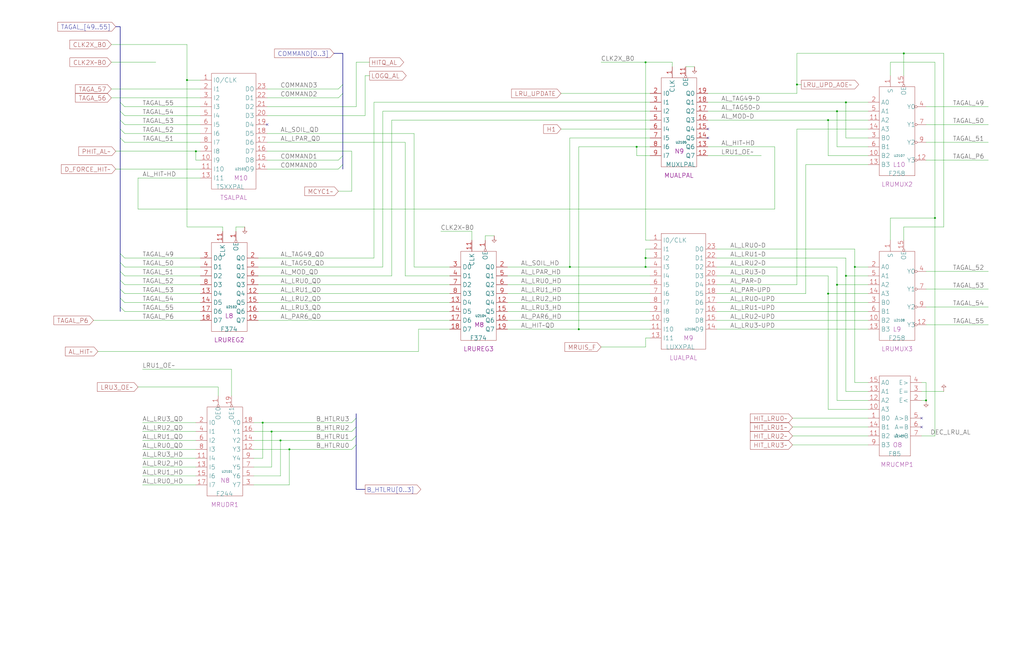
<source format=kicad_sch>
(kicad_sch (version 20220126) (generator eeschema)
  (paper "User" 584.2 378.46)
  (title_block (title "LRU LOGIC\\nPLANE A_LATE") (date "08-MAR-90") (rev "0.0") (comment 1 "MEM32 BOARD") (comment 2 "232-003066") (comment 3 "S400") (comment 4 "RELEASED"))
  (lib_symbols
    (symbol "r1000:F244" (pin_names (offset 1.016))
      (property "Reference" "U" (at 2.54 5.08 0))
      (property "Value" "F244" (at -3.81 -7.62 0))
      (property "Location" "___" (at -1.27 0 0))
      (property "Name" "______" (at 1.27 -15.24 0))
      (symbol "F244_1_1"
        (rectangle (start -8.89 41.91) (end 11.43 -8.89))
        (circle (center -2.54 42.545) (radius 0.635))
        (circle (center 5.08 42.545) (radius 0.635))
        (pin input line (at -2.54 48.26 270) (length 5.08) (name "OE0") (number "1"))
        (pin input line (at -15.24 12.7 0) (length 6.35) (name "I4") (number "11"))
        (pin tri_state line (at 17.78 17.78 180) (length 6.35) (name "Y3") (number "12"))
        (pin input line (at -15.24 7.62 0) (length 6.35) (name "I5") (number "13"))
        (pin tri_state line (at 17.78 22.86 180) (length 6.35) (name "Y2") (number "14"))
        (pin input line (at -15.24 2.54 0) (length 6.35) (name "I6") (number "15"))
        (pin tri_state line (at 17.78 27.94 180) (length 6.35) (name "Y1") (number "16"))
        (pin input line (at -15.24 -2.54 0) (length 6.35) (name "I7") (number "17"))
        (pin tri_state line (at 17.78 33.02 180) (length 6.35) (name "Y0") (number "18"))
        (pin input line (at 5.08 48.26 270) (length 5.08) (name "OE1") (number "19"))
        (pin input line (at -15.24 33.02 0) (length 6.35) (name "I0") (number "2"))
        (pin tri_state line (at 17.78 -2.54 180) (length 6.35) (name "Y7") (number "3"))
        (pin input line (at -15.24 27.94 0) (length 6.35) (name "I1") (number "4"))
        (pin tri_state line (at 17.78 2.54 180) (length 6.35) (name "Y6") (number "5"))
        (pin input line (at -15.24 22.86 0) (length 6.35) (name "I2") (number "6"))
        (pin tri_state line (at 17.78 7.62 180) (length 6.35) (name "Y5") (number "7"))
        (pin input line (at -15.24 17.78 0) (length 6.35) (name "I3") (number "8"))
        (pin tri_state line (at 17.78 12.7 180) (length 6.35) (name "Y4") (number "9"))
      )
    )
    (symbol "r1000:F258" (pin_names (offset 1.016))
      (property "Reference" "U" (at 2.54 5.08 0))
      (property "Value" "F258" (at -3.81 -5.08 0))
      (property "Location" "___" (at -1.27 0 0))
      (property "Name" "______" (at 1.27 -12.7 0))
      (symbol "F258_1_1"
        (rectangle (start -8.89 44.45) (end 11.43 -6.35))
        (circle (center 5.08 45.085) (radius 0.635))
        (circle (center 12.065 2.54) (radius 0.635))
        (circle (center 12.065 12.7) (radius 0.635))
        (circle (center 12.065 22.86) (radius 0.635))
        (circle (center 12.065 33.02) (radius 0.635))
        (pin input line (at -2.54 50.8 270) (length 6.35) (name "S") (number "1"))
        (pin input line (at -15.24 5.08 0) (length 6.35) (name "B2") (number "10"))
        (pin input line (at -15.24 25.4 0) (length 6.35) (name "A2") (number "11"))
        (pin tri_state line (at 17.78 2.54 180) (length 5.08) (name "Y3") (number "12"))
        (pin input line (at -15.24 0 0) (length 6.35) (name "B3") (number "13"))
        (pin input line (at -15.24 20.32 0) (length 6.35) (name "A3") (number "14"))
        (pin input line (at 5.08 50.8 270) (length 5.08) (name "OE") (number "15"))
        (pin input line (at -15.24 35.56 0) (length 6.35) (name "A0") (number "2"))
        (pin input line (at -15.24 15.24 0) (length 6.35) (name "B0") (number "3"))
        (pin tri_state line (at 17.78 33.02 180) (length 5.08) (name "Y0") (number "4"))
        (pin input line (at -15.24 30.48 0) (length 6.35) (name "A1") (number "5"))
        (pin input line (at -15.24 10.16 0) (length 6.35) (name "B1") (number "6"))
        (pin tri_state line (at 17.78 22.86 180) (length 5.08) (name "Y1") (number "7"))
        (pin tri_state line (at 17.78 12.7 180) (length 5.08) (name "Y2") (number "9"))
      )
    )
    (symbol "r1000:F374" (pin_names (offset 1.016))
      (property "Reference" "U" (at 2.54 5.08 0))
      (property "Value" "F374" (at -3.81 -7.62 0))
      (property "Location" "___" (at -1.27 0 0))
      (property "Name" "______" (at 1.27 -15.24 0))
      (symbol "F374_1_1"
        (rectangle (start -8.89 41.91) (end 11.43 -8.89))
        (circle (center 5.08 42.545) (radius 0.635))
        (pin input line (at 5.08 48.26 270) (length 5.08) (name "OE") (number "1"))
        (pin input line (at -2.54 48.26 270) (length 6.35) (name "CLK") (number "11"))
        (pin tri_state line (at 17.78 12.7 180) (length 6.35) (name "Q4") (number "12"))
        (pin input line (at -15.24 12.7 0) (length 6.35) (name "D4") (number "13"))
        (pin input line (at -15.24 7.62 0) (length 6.35) (name "D5") (number "14"))
        (pin tri_state line (at 17.78 7.62 180) (length 6.35) (name "Q5") (number "15"))
        (pin tri_state line (at 17.78 2.54 180) (length 6.35) (name "Q6") (number "16"))
        (pin input line (at -15.24 2.54 0) (length 6.35) (name "D6") (number "17"))
        (pin input line (at -15.24 -2.54 0) (length 6.35) (name "D7") (number "18"))
        (pin tri_state line (at 17.78 -2.54 180) (length 6.35) (name "Q7") (number "19"))
        (pin tri_state line (at 17.78 33.02 180) (length 6.35) (name "Q0") (number "2"))
        (pin input line (at -15.24 33.02 0) (length 6.35) (name "D0") (number "3"))
        (pin input line (at -15.24 27.94 0) (length 6.35) (name "D1") (number "4"))
        (pin tri_state line (at 17.78 27.94 180) (length 6.35) (name "Q1") (number "5"))
        (pin tri_state line (at 17.78 22.86 180) (length 6.35) (name "Q2") (number "6"))
        (pin input line (at -15.24 22.86 0) (length 6.35) (name "D2") (number "7"))
        (pin input line (at -15.24 17.78 0) (length 6.35) (name "D3") (number "8"))
        (pin tri_state line (at 17.78 17.78 180) (length 6.35) (name "Q3") (number "9"))
      )
    )
    (symbol "r1000:F85" (pin_names (offset 1.016))
      (property "Reference" "U" (at 2.54 5.08 0))
      (property "Value" "F85" (at -3.81 -5.08 0))
      (property "Location" "___" (at -1.27 0 0))
      (property "Name" "______" (at 1.27 -12.7 0))
      (symbol "F85_1_1"
        (rectangle (start -8.89 39.37) (end 8.89 -6.35))
        (pin input line (at -15.24 15.24 0) (length 6.35) (name "B0") (number "1"))
        (pin input line (at -15.24 20.32 0) (length 6.35) (name "A3") (number "10"))
        (pin input line (at -15.24 5.08 0) (length 6.35) (name "B2") (number "11"))
        (pin input line (at -15.24 25.4 0) (length 6.35) (name "A2") (number "12"))
        (pin input line (at -15.24 30.48 0) (length 6.35) (name "A1") (number "13"))
        (pin input line (at -15.24 10.16 0) (length 6.35) (name "B1") (number "14"))
        (pin input line (at -15.24 35.56 0) (length 6.35) (name "A0") (number "15"))
        (pin input line (at 15.24 25.4 180) (length 6.35) (name "E<") (number "2"))
        (pin input line (at 15.24 30.48 180) (length 6.35) (name "E=") (number "3"))
        (pin input line (at 15.24 35.56 180) (length 6.35) (name "E>") (number "4"))
        (pin output line (at 15.24 15.24 180) (length 6.35) (name "A>B") (number "5"))
        (pin output line (at 15.24 10.16 180) (length 6.35) (name "A=B") (number "6"))
        (pin output line (at 15.24 5.08 180) (length 6.35) (name "A<B") (number "7"))
        (pin input line (at -15.24 0 0) (length 6.35) (name "B3") (number "9"))
      )
    )
    (symbol "r1000:LUXXPAL" (pin_names (offset 1.016))
      (property "Reference" "U" (at 2.54 5.08 0))
      (property "Value" "LUXXPAL" (at -11.43 -5.08 0))
      (property "Location" "___" (at -1.27 0 0))
      (property "Name" "______" (at -1.27 -12.7 0))
      (symbol "LUXXPAL_1_1"
        (rectangle (start -13.97 59.69) (end 11.43 -6.35))
        (pin input line (at -20.32 55.88 0) (length 6.35) (name "I0/CLK") (number "1"))
        (pin input line (at -20.32 10.16 0) (length 6.35) (name "I9") (number "10"))
        (pin input line (at -20.32 5.08 0) (length 6.35) (name "I10") (number "11"))
        (pin input line (at -20.32 0 0) (length 6.35) (name "I11") (number "13"))
        (pin output line (at 17.78 5.08 180) (length 6.35) (name "D9") (number "14"))
        (pin output line (at 17.78 10.16 180) (length 6.35) (name "D8") (number "15"))
        (pin output line (at 17.78 15.24 180) (length 6.35) (name "D7") (number "16"))
        (pin output line (at 17.78 20.32 180) (length 6.35) (name "D6") (number "17"))
        (pin output line (at 17.78 25.4 180) (length 6.35) (name "D5") (number "18"))
        (pin output line (at 17.78 30.48 180) (length 6.35) (name "D4") (number "19"))
        (pin input line (at -20.32 50.8 0) (length 6.35) (name "I1") (number "2"))
        (pin output line (at 17.78 35.56 180) (length 6.35) (name "D3") (number "20"))
        (pin output line (at 17.78 40.64 180) (length 6.35) (name "D2") (number "21"))
        (pin output line (at 17.78 45.72 180) (length 6.35) (name "D1") (number "22"))
        (pin output line (at 17.78 50.8 180) (length 6.35) (name "D0") (number "23"))
        (pin input line (at -20.32 45.72 0) (length 6.35) (name "I2") (number "3"))
        (pin input line (at -20.32 40.64 0) (length 6.35) (name "I3") (number "4"))
        (pin input line (at -20.32 35.56 0) (length 6.35) (name "I4") (number "5"))
        (pin input line (at -20.32 30.48 0) (length 6.35) (name "I5") (number "6"))
        (pin input line (at -20.32 25.4 0) (length 6.35) (name "I6") (number "7"))
        (pin input line (at -20.32 20.32 0) (length 6.35) (name "I7") (number "8"))
        (pin input line (at -20.32 15.24 0) (length 6.35) (name "I8") (number "9"))
      )
    )
    (symbol "r1000:MUXLPAL" (pin_names (offset 1.016))
      (property "Reference" "U" (at 2.54 5.08 0))
      (property "Value" "MUXLPAL" (at -6.35 -7.62 0))
      (property "Location" "___" (at -1.27 0 0))
      (property "Name" "______" (at 1.27 -15.24 0))
      (symbol "MUXLPAL_1_1"
        (rectangle (start -8.89 41.91) (end 11.43 -8.89))
        (circle (center 5.08 42.545) (radius 0.635))
        (pin input line (at -2.54 48.26 270) (length 6.35) (name "CLK") (number "1"))
        (pin input line (at 5.08 48.26 270) (length 5.08) (name "OE") (number "11"))
        (pin output line (at 17.78 -2.54 180) (length 6.35) (name "Q7") (number "12"))
        (pin output line (at 17.78 2.54 180) (length 6.35) (name "Q6") (number "13"))
        (pin output line (at 17.78 7.62 180) (length 6.35) (name "Q5") (number "14"))
        (pin output line (at 17.78 12.7 180) (length 6.35) (name "Q4") (number "15"))
        (pin output line (at 17.78 17.78 180) (length 6.35) (name "Q3") (number "16"))
        (pin output line (at 17.78 22.86 180) (length 6.35) (name "Q2") (number "17"))
        (pin output line (at 17.78 27.94 180) (length 6.35) (name "Q1") (number "18"))
        (pin output line (at 17.78 33.02 180) (length 6.35) (name "Q0") (number "19"))
        (pin input line (at -15.24 33.02 0) (length 6.35) (name "I0") (number "2"))
        (pin input line (at -15.24 27.94 0) (length 6.35) (name "I1") (number "3"))
        (pin input line (at -15.24 22.86 0) (length 6.35) (name "I2") (number "4"))
        (pin input line (at -15.24 17.78 0) (length 6.35) (name "I3") (number "5"))
        (pin input line (at -15.24 12.7 0) (length 6.35) (name "I4") (number "6"))
        (pin input line (at -15.24 7.62 0) (length 6.35) (name "I5") (number "7"))
        (pin input line (at -15.24 2.54 0) (length 6.35) (name "I6") (number "8"))
        (pin input line (at -15.24 -2.54 0) (length 6.35) (name "I7") (number "9"))
      )
    )
    (symbol "r1000:PD" (power) (pin_numbers hide) (pin_names hide) (in_bom no)
      (symbol "PD_0_1"
        (polyline (pts (xy 0 -2.54) (xy 1.27 -2.54) (xy 0 -3.81) (xy -1.27 -2.54) (xy 0 -2.54)) (stroke (width 0.1524)))
      )
      (symbol "PD_1_1"
        (pin power_in line (at 0 0 270) (length 2.54) (name "PD") (number "1"))
      )
    )
    (symbol "r1000:PU" (power) (pin_numbers hide) (pin_names hide)
      (symbol "PU_0_1"
        (polyline (pts (xy 0 2.54) (xy -1.27 2.54) (xy 0 3.81) (xy 1.27 2.54) (xy 0 2.54)) (stroke (width 0.1524)))
      )
      (symbol "PU_1_1"
        (pin power_in line (at 0 0 90) (length 2.54) (name "PU") (number "1"))
      )
    )
    (symbol "r1000:TSXXPAL" (pin_names (offset 1.016))
      (property "Reference" "U" (at 2.54 5.08 0))
      (property "Value" "TSXXPAL" (at -11.43 -5.08 0))
      (property "Location" "___" (at -1.27 0 0))
      (property "Name" "______" (at -1.27 -12.7 0))
      (symbol "TSXXPAL_1_1"
        (rectangle (start -13.97 59.69) (end 11.43 -6.35))
        (pin input line (at -20.32 55.88 0) (length 6.35) (name "I0/CLK") (number "1"))
        (pin input line (at -20.32 10.16 0) (length 6.35) (name "I9") (number "10"))
        (pin input line (at -20.32 5.08 0) (length 6.35) (name "I10") (number "11"))
        (pin input line (at -20.32 0 0) (length 6.35) (name "I11") (number "13"))
        (pin input line (at 17.78 5.08 180) (length 6.35) (name "D9") (number "14"))
        (pin input line (at 17.78 10.16 180) (length 6.35) (name "D8") (number "15"))
        (pin input line (at 17.78 15.24 180) (length 6.35) (name "D7") (number "16"))
        (pin output line (at 17.78 20.32 180) (length 6.35) (name "D6") (number "17"))
        (pin output line (at 17.78 25.4 180) (length 6.35) (name "D5") (number "18"))
        (pin output line (at 17.78 30.48 180) (length 6.35) (name "D4") (number "19"))
        (pin input line (at -20.32 50.8 0) (length 6.35) (name "I1") (number "2"))
        (pin output line (at 17.78 35.56 180) (length 6.35) (name "D3") (number "20"))
        (pin output line (at 17.78 40.64 180) (length 6.35) (name "D2") (number "21"))
        (pin input line (at 17.78 45.72 180) (length 6.35) (name "D1") (number "22"))
        (pin input line (at 17.78 50.8 180) (length 6.35) (name "D0") (number "23"))
        (pin input line (at -20.32 45.72 0) (length 6.35) (name "I2") (number "3"))
        (pin input line (at -20.32 40.64 0) (length 6.35) (name "I3") (number "4"))
        (pin input line (at -20.32 35.56 0) (length 6.35) (name "I4") (number "5"))
        (pin input line (at -20.32 30.48 0) (length 6.35) (name "I5") (number "6"))
        (pin input line (at -20.32 25.4 0) (length 6.35) (name "I6") (number "7"))
        (pin input line (at -20.32 20.32 0) (length 6.35) (name "I7") (number "8"))
        (pin input line (at -20.32 15.24 0) (length 6.35) (name "I8") (number "9"))
      )
    )
  )
  (bus (pts (xy 190.5 30.48) (xy 195.58 30.48)))
  (bus (pts (xy 195.58 30.48) (xy 195.58 48.26)))
  (bus (pts (xy 195.58 48.26) (xy 195.58 53.34)))
  (bus (pts (xy 195.58 53.34) (xy 195.58 88.9)))
  (bus (pts (xy 195.58 88.9) (xy 195.58 93.98)))
  (bus (pts (xy 195.58 93.98) (xy 195.58 96.52)))
  (bus (pts (xy 203.2 236.22) (xy 203.2 238.76)))
  (bus (pts (xy 203.2 238.76) (xy 203.2 243.84)))
  (bus (pts (xy 203.2 243.84) (xy 203.2 248.92)))
  (bus (pts (xy 203.2 248.92) (xy 203.2 254)))
  (bus (pts (xy 203.2 254) (xy 203.2 279.4)))
  (bus (pts (xy 203.2 279.4) (xy 208.28 279.4)))
  (bus (pts (xy 66.04 15.24) (xy 68.58 15.24)))
  (bus (pts (xy 68.58 144.78) (xy 68.58 149.86)))
  (bus (pts (xy 68.58 149.86) (xy 68.58 154.94)))
  (bus (pts (xy 68.58 15.24) (xy 68.58 58.42)))
  (bus (pts (xy 68.58 154.94) (xy 68.58 160.02)))
  (bus (pts (xy 68.58 160.02) (xy 68.58 165.1)))
  (bus (pts (xy 68.58 165.1) (xy 68.58 170.18)))
  (bus (pts (xy 68.58 170.18) (xy 68.58 175.26)))
  (bus (pts (xy 68.58 175.26) (xy 68.58 177.8)))
  (bus (pts (xy 68.58 58.42) (xy 68.58 63.5)))
  (bus (pts (xy 68.58 63.5) (xy 68.58 68.58)))
  (bus (pts (xy 68.58 68.58) (xy 68.58 73.66)))
  (bus (pts (xy 68.58 73.66) (xy 68.58 78.74)))
  (bus (pts (xy 68.58 78.74) (xy 68.58 144.78)))
  (wire (pts (xy 106.68 129.54) (xy 127 129.54)))
  (wire (pts (xy 106.68 25.4) (xy 106.68 45.72)))
  (wire (pts (xy 106.68 45.72) (xy 106.68 129.54)))
  (wire (pts (xy 106.68 45.72) (xy 114.3 45.72)))
  (wire (pts (xy 111.76 86.36) (xy 114.3 86.36)))
  (wire (pts (xy 111.76 91.44) (xy 111.76 86.36)))
  (wire (pts (xy 114.3 101.6) (xy 78.74 101.6)))
  (wire (pts (xy 114.3 91.44) (xy 111.76 91.44)))
  (wire (pts (xy 124.46 220.98) (xy 124.46 226.06)))
  (wire (pts (xy 127 129.54) (xy 127 132.08)))
  (wire (pts (xy 132.08 210.82) (xy 132.08 226.06)))
  (wire (pts (xy 134.62 129.54) (xy 134.62 132.08)))
  (wire (pts (xy 139.7 129.54) (xy 134.62 129.54)))
  (wire (pts (xy 144.78 241.3) (xy 149.86 241.3)))
  (wire (pts (xy 144.78 246.38) (xy 154.94 246.38)))
  (wire (pts (xy 144.78 251.46) (xy 160.02 251.46)))
  (wire (pts (xy 144.78 256.54) (xy 165.1 256.54)))
  (wire (pts (xy 144.78 261.62) (xy 149.86 261.62)))
  (wire (pts (xy 144.78 271.78) (xy 160.02 271.78)))
  (wire (pts (xy 147.32 152.4) (xy 218.44 152.4)))
  (wire (pts (xy 147.32 162.56) (xy 256.54 162.56)))
  (wire (pts (xy 147.32 167.64) (xy 256.54 167.64)))
  (wire (pts (xy 147.32 172.72) (xy 256.54 172.72)))
  (wire (pts (xy 147.32 177.8) (xy 256.54 177.8)))
  (wire (pts (xy 147.32 182.88) (xy 256.54 182.88)))
  (wire (pts (xy 149.86 241.3) (xy 200.66 241.3)))
  (wire (pts (xy 149.86 261.62) (xy 149.86 241.3)))
  (wire (pts (xy 152.4 50.8) (xy 193.04 50.8)))
  (wire (pts (xy 152.4 55.88) (xy 193.04 55.88)))
  (wire (pts (xy 152.4 60.96) (xy 203.2 60.96)))
  (wire (pts (xy 152.4 66.04) (xy 208.28 66.04)))
  (wire (pts (xy 152.4 76.2) (xy 236.22 76.2)))
  (wire (pts (xy 152.4 91.44) (xy 193.04 91.44)))
  (wire (pts (xy 152.4 96.52) (xy 193.04 96.52)))
  (wire (pts (xy 154.94 246.38) (xy 154.94 266.7)))
  (wire (pts (xy 154.94 246.38) (xy 200.66 246.38)))
  (wire (pts (xy 154.94 266.7) (xy 144.78 266.7)))
  (wire (pts (xy 160.02 251.46) (xy 200.66 251.46)))
  (wire (pts (xy 160.02 271.78) (xy 160.02 251.46)))
  (wire (pts (xy 165.1 256.54) (xy 165.1 276.86)))
  (wire (pts (xy 165.1 256.54) (xy 200.66 256.54)))
  (wire (pts (xy 165.1 276.86) (xy 144.78 276.86)))
  (wire (pts (xy 193.04 109.22) (xy 200.66 109.22)))
  (wire (pts (xy 200.66 109.22) (xy 200.66 86.36)))
  (wire (pts (xy 200.66 86.36) (xy 152.4 86.36)))
  (wire (pts (xy 203.2 35.56) (xy 210.82 35.56)))
  (wire (pts (xy 203.2 60.96) (xy 203.2 35.56)))
  (wire (pts (xy 208.28 43.18) (xy 210.82 43.18)))
  (wire (pts (xy 208.28 66.04) (xy 208.28 43.18)))
  (wire (pts (xy 213.36 147.32) (xy 147.32 147.32)))
  (wire (pts (xy 213.36 58.42) (xy 213.36 147.32)))
  (wire (pts (xy 218.44 152.4) (xy 218.44 63.5)))
  (wire (pts (xy 218.44 63.5) (xy 370.84 63.5)))
  (wire (pts (xy 223.52 157.48) (xy 147.32 157.48)))
  (wire (pts (xy 223.52 68.58) (xy 223.52 157.48)))
  (wire (pts (xy 231.14 157.48) (xy 231.14 81.28)))
  (wire (pts (xy 231.14 81.28) (xy 152.4 81.28)))
  (wire (pts (xy 236.22 152.4) (xy 256.54 152.4)))
  (wire (pts (xy 236.22 76.2) (xy 236.22 152.4)))
  (wire (pts (xy 238.76 187.96) (xy 256.54 187.96)))
  (wire (pts (xy 238.76 200.66) (xy 238.76 187.96)))
  (wire (pts (xy 251.46 132.08) (xy 269.24 132.08)))
  (wire (pts (xy 256.54 157.48) (xy 231.14 157.48)))
  (wire (pts (xy 269.24 132.08) (xy 269.24 137.16)))
  (wire (pts (xy 276.86 134.62) (xy 276.86 137.16)))
  (wire (pts (xy 281.94 134.62) (xy 276.86 134.62)))
  (wire (pts (xy 289.56 152.4) (xy 325.12 152.4)))
  (wire (pts (xy 289.56 157.48) (xy 370.84 157.48)))
  (wire (pts (xy 289.56 162.56) (xy 370.84 162.56)))
  (wire (pts (xy 289.56 167.64) (xy 370.84 167.64)))
  (wire (pts (xy 289.56 172.72) (xy 370.84 172.72)))
  (wire (pts (xy 289.56 177.8) (xy 370.84 177.8)))
  (wire (pts (xy 289.56 182.88) (xy 370.84 182.88)))
  (wire (pts (xy 289.56 187.96) (xy 330.2 187.96)))
  (wire (pts (xy 320.04 53.34) (xy 370.84 53.34)))
  (wire (pts (xy 320.04 73.66) (xy 370.84 73.66)))
  (wire (pts (xy 325.12 152.4) (xy 368.3 152.4)))
  (wire (pts (xy 325.12 78.74) (xy 325.12 152.4)))
  (wire (pts (xy 325.12 78.74) (xy 370.84 78.74)))
  (wire (pts (xy 330.2 187.96) (xy 330.2 83.82)))
  (wire (pts (xy 330.2 187.96) (xy 370.84 187.96)))
  (wire (pts (xy 330.2 83.82) (xy 363.22 83.82)))
  (wire (pts (xy 342.9 198.12) (xy 368.3 198.12)))
  (wire (pts (xy 342.9 35.56) (xy 368.3 35.56)))
  (wire (pts (xy 363.22 83.82) (xy 370.84 83.82)))
  (wire (pts (xy 363.22 88.9) (xy 363.22 83.82)))
  (wire (pts (xy 368.3 137.16) (xy 368.3 35.56)))
  (wire (pts (xy 368.3 142.24) (xy 368.3 147.32)))
  (wire (pts (xy 368.3 147.32) (xy 368.3 152.4)))
  (wire (pts (xy 368.3 147.32) (xy 370.84 147.32)))
  (wire (pts (xy 368.3 152.4) (xy 370.84 152.4)))
  (wire (pts (xy 368.3 193.04) (xy 370.84 193.04)))
  (wire (pts (xy 368.3 198.12) (xy 368.3 193.04)))
  (wire (pts (xy 368.3 35.56) (xy 383.54 35.56)))
  (wire (pts (xy 370.84 137.16) (xy 368.3 137.16)))
  (wire (pts (xy 370.84 142.24) (xy 368.3 142.24)))
  (wire (pts (xy 370.84 58.42) (xy 213.36 58.42)))
  (wire (pts (xy 370.84 68.58) (xy 223.52 68.58)))
  (wire (pts (xy 370.84 88.9) (xy 363.22 88.9)))
  (wire (pts (xy 383.54 35.56) (xy 383.54 38.1)))
  (wire (pts (xy 391.16 38.1) (xy 396.24 38.1)))
  (wire (pts (xy 403.86 53.34) (xy 454.66 53.34)))
  (wire (pts (xy 403.86 58.42) (xy 482.6 58.42)))
  (wire (pts (xy 403.86 63.5) (xy 477.52 63.5)))
  (wire (pts (xy 403.86 68.58) (xy 472.44 68.58)))
  (wire (pts (xy 403.86 83.82) (xy 441.96 83.82)))
  (wire (pts (xy 403.86 88.9) (xy 434.34 88.9)))
  (wire (pts (xy 408.94 147.32) (xy 482.6 147.32)))
  (wire (pts (xy 408.94 157.48) (xy 472.44 157.48)))
  (wire (pts (xy 408.94 167.64) (xy 459.74 167.64)))
  (wire (pts (xy 408.94 172.72) (xy 495.3 172.72)))
  (wire (pts (xy 408.94 177.8) (xy 495.3 177.8)))
  (wire (pts (xy 408.94 182.88) (xy 495.3 182.88)))
  (wire (pts (xy 408.94 187.96) (xy 495.3 187.96)))
  (wire (pts (xy 441.96 83.82) (xy 441.96 119.38)))
  (wire (pts (xy 452.12 238.76) (xy 495.3 238.76)))
  (wire (pts (xy 452.12 243.84) (xy 495.3 243.84)))
  (wire (pts (xy 452.12 248.92) (xy 495.3 248.92)))
  (wire (pts (xy 452.12 254) (xy 495.3 254)))
  (wire (pts (xy 454.66 162.56) (xy 408.94 162.56)))
  (wire (pts (xy 454.66 30.48) (xy 515.62 30.48)))
  (wire (pts (xy 454.66 48.26) (xy 454.66 30.48)))
  (wire (pts (xy 454.66 48.26) (xy 457.2 48.26)))
  (wire (pts (xy 454.66 53.34) (xy 454.66 48.26)))
  (wire (pts (xy 454.66 73.66) (xy 454.66 162.56)))
  (wire (pts (xy 459.74 167.64) (xy 459.74 93.98)))
  (wire (pts (xy 459.74 93.98) (xy 495.3 93.98)))
  (wire (pts (xy 472.44 157.48) (xy 472.44 167.64)))
  (wire (pts (xy 472.44 167.64) (xy 472.44 233.68)))
  (wire (pts (xy 472.44 167.64) (xy 495.3 167.64)))
  (wire (pts (xy 472.44 233.68) (xy 495.3 233.68)))
  (wire (pts (xy 472.44 68.58) (xy 495.3 68.58)))
  (wire (pts (xy 472.44 88.9) (xy 472.44 68.58)))
  (wire (pts (xy 477.52 152.4) (xy 408.94 152.4)))
  (wire (pts (xy 477.52 162.56) (xy 477.52 152.4)))
  (wire (pts (xy 477.52 162.56) (xy 495.3 162.56)))
  (wire (pts (xy 477.52 228.6) (xy 477.52 162.56)))
  (wire (pts (xy 477.52 63.5) (xy 495.3 63.5)))
  (wire (pts (xy 477.52 83.82) (xy 477.52 63.5)))
  (wire (pts (xy 482.6 147.32) (xy 482.6 157.48)))
  (wire (pts (xy 482.6 157.48) (xy 482.6 223.52)))
  (wire (pts (xy 482.6 157.48) (xy 495.3 157.48)))
  (wire (pts (xy 482.6 223.52) (xy 495.3 223.52)))
  (wire (pts (xy 482.6 58.42) (xy 495.3 58.42)))
  (wire (pts (xy 482.6 78.74) (xy 482.6 58.42)))
  (wire (pts (xy 487.68 142.24) (xy 408.94 142.24)))
  (wire (pts (xy 487.68 152.4) (xy 487.68 142.24)))
  (wire (pts (xy 487.68 152.4) (xy 495.3 152.4)))
  (wire (pts (xy 487.68 218.44) (xy 487.68 152.4)))
  (wire (pts (xy 495.3 218.44) (xy 487.68 218.44)))
  (wire (pts (xy 495.3 228.6) (xy 477.52 228.6)))
  (wire (pts (xy 495.3 73.66) (xy 454.66 73.66)))
  (wire (pts (xy 495.3 78.74) (xy 482.6 78.74)))
  (wire (pts (xy 495.3 83.82) (xy 477.52 83.82)))
  (wire (pts (xy 495.3 88.9) (xy 472.44 88.9)))
  (wire (pts (xy 508 124.46) (xy 533.4 124.46)))
  (wire (pts (xy 508 137.16) (xy 508 124.46)))
  (wire (pts (xy 508 35.56) (xy 508 43.18)))
  (wire (pts (xy 515.62 129.54) (xy 515.62 137.16)))
  (wire (pts (xy 515.62 30.48) (xy 515.62 43.18)))
  (wire (pts (xy 515.62 30.48) (xy 538.48 30.48)))
  (wire (pts (xy 525.78 218.44) (xy 528.32 218.44)))
  (wire (pts (xy 525.78 223.52) (xy 538.48 223.52)))
  (wire (pts (xy 525.78 228.6) (xy 528.32 228.6)))
  (wire (pts (xy 525.78 248.92) (xy 533.4 248.92)))
  (wire (pts (xy 528.32 154.94) (xy 563.88 154.94)))
  (wire (pts (xy 528.32 165.1) (xy 563.88 165.1)))
  (wire (pts (xy 528.32 175.26) (xy 563.88 175.26)))
  (wire (pts (xy 528.32 185.42) (xy 563.88 185.42)))
  (wire (pts (xy 528.32 218.44) (xy 528.32 228.6)))
  (wire (pts (xy 528.32 60.96) (xy 563.88 60.96)))
  (wire (pts (xy 528.32 71.12) (xy 563.88 71.12)))
  (wire (pts (xy 528.32 81.28) (xy 563.88 81.28)))
  (wire (pts (xy 528.32 91.44) (xy 563.88 91.44)))
  (wire (pts (xy 53.34 182.88) (xy 114.3 182.88)))
  (wire (pts (xy 533.4 124.46) (xy 533.4 248.92)))
  (wire (pts (xy 533.4 124.46) (xy 533.4 35.56)))
  (wire (pts (xy 533.4 35.56) (xy 508 35.56)))
  (wire (pts (xy 538.48 129.54) (xy 515.62 129.54)))
  (wire (pts (xy 538.48 30.48) (xy 538.48 129.54)))
  (wire (pts (xy 55.88 200.66) (xy 238.76 200.66)))
  (wire (pts (xy 63.5 25.4) (xy 106.68 25.4)))
  (wire (pts (xy 63.5 35.56) (xy 88.9 35.56)))
  (wire (pts (xy 63.5 50.8) (xy 114.3 50.8)))
  (wire (pts (xy 63.5 55.88) (xy 114.3 55.88)))
  (wire (pts (xy 66.04 86.36) (xy 111.76 86.36)))
  (wire (pts (xy 66.04 96.52) (xy 114.3 96.52)))
  (wire (pts (xy 71.12 147.32) (xy 114.3 147.32)))
  (wire (pts (xy 71.12 152.4) (xy 114.3 152.4)))
  (wire (pts (xy 71.12 157.48) (xy 114.3 157.48)))
  (wire (pts (xy 71.12 162.56) (xy 114.3 162.56)))
  (wire (pts (xy 71.12 167.64) (xy 114.3 167.64)))
  (wire (pts (xy 71.12 172.72) (xy 114.3 172.72)))
  (wire (pts (xy 71.12 177.8) (xy 114.3 177.8)))
  (wire (pts (xy 71.12 60.96) (xy 114.3 60.96)))
  (wire (pts (xy 71.12 66.04) (xy 114.3 66.04)))
  (wire (pts (xy 71.12 71.12) (xy 114.3 71.12)))
  (wire (pts (xy 71.12 76.2) (xy 114.3 76.2)))
  (wire (pts (xy 71.12 81.28) (xy 114.3 81.28)))
  (wire (pts (xy 78.74 101.6) (xy 78.74 119.38)))
  (wire (pts (xy 78.74 119.38) (xy 441.96 119.38)))
  (wire (pts (xy 78.74 220.98) (xy 124.46 220.98)))
  (wire (pts (xy 81.28 210.82) (xy 132.08 210.82)))
  (wire (pts (xy 81.28 241.3) (xy 111.76 241.3)))
  (wire (pts (xy 81.28 246.38) (xy 111.76 246.38)))
  (wire (pts (xy 81.28 251.46) (xy 111.76 251.46)))
  (wire (pts (xy 81.28 256.54) (xy 111.76 256.54)))
  (wire (pts (xy 81.28 261.62) (xy 111.76 261.62)))
  (wire (pts (xy 81.28 266.7) (xy 111.76 266.7)))
  (wire (pts (xy 81.28 271.78) (xy 111.76 271.78)))
  (wire (pts (xy 81.28 276.86) (xy 111.76 276.86)))
  (global_label "TAGAL_P6" (shape input) (at 53.34 182.88 180) (effects (font (size 2.54 2.54))) (property "Intersheet References" "${INTERSHEET_REFS}" (at 30.734 182.7213 0) (effects (font (size 2.54 2.54)) (justify right))))
  (global_label "AL_HIT~" (shape input) (at 55.88 200.66 180) (effects (font (size 2.54 2.54))) (property "Intersheet References" "${INTERSHEET_REFS}" (at 37.2654 200.5013 0) (effects (font (size 2.54 2.54)) (justify right))))
  (global_label "CLK2X_B0" (shape input) (at 63.5 25.4 180) (effects (font (size 2.54 2.54))) (property "Intersheet References" "${INTERSHEET_REFS}" (at 39.8054 25.2413 0) (effects (font (size 2.54 2.54)) (justify right))))
  (global_label "CLK2X~B0" (shape input) (at 63.5 35.56 180) (effects (font (size 2.54 2.54))) (property "Intersheet References" "${INTERSHEET_REFS}" (at 39.9264 35.4013 0) (effects (font (size 2.54 2.54)) (justify right))))
  (global_label "TAGA_57" (shape input) (at 63.5 50.8 180) (effects (font (size 2.54 2.54))) (property "Intersheet References" "${INTERSHEET_REFS}" (at 43.0711 50.6413 0) (effects (font (size 2.54 2.54)) (justify right))))
  (global_label "TAGA_56" (shape input) (at 63.5 55.88 180) (effects (font (size 2.54 2.54))) (property "Intersheet References" "${INTERSHEET_REFS}" (at 43.0711 55.7213 0) (effects (font (size 2.54 2.54)) (justify right))))
  (global_label "TAGAL_[49..55]" (shape input) (at 66.04 15.24 180) (effects (font (size 2.54 2.54))) (property "Intersheet References" "${INTERSHEET_REFS}" (at 32.9111 15.0813 0) (effects (font (size 2.54 2.54)) (justify right))))
  (global_label "PHIT_AL~" (shape input) (at 66.04 86.36 180) (effects (font (size 2.54 2.54))) (property "Intersheet References" "${INTERSHEET_REFS}" (at 44.8854 86.2013 0) (effects (font (size 2.54 2.54)) (justify right))))
  (global_label "D_FORCE_HIT~" (shape input) (at 66.04 96.52 180) (effects (font (size 2.54 2.54))) (property "Intersheet References" "${INTERSHEET_REFS}" (at 34.9673 96.3613 0) (effects (font (size 2.54 2.54)) (justify right))))
  (bus_entry (at 68.58 58.42) (size 2.54 2.54))
  (bus_entry (at 68.58 63.5) (size 2.54 2.54))
  (bus_entry (at 68.58 68.58) (size 2.54 2.54))
  (bus_entry (at 68.58 73.66) (size 2.54 2.54))
  (bus_entry (at 68.58 78.74) (size 2.54 2.54))
  (bus_entry (at 68.58 144.78) (size 2.54 2.54))
  (bus_entry (at 68.58 149.86) (size 2.54 2.54))
  (bus_entry (at 68.58 154.94) (size 2.54 2.54))
  (bus_entry (at 68.58 160.02) (size 2.54 2.54))
  (bus_entry (at 68.58 165.1) (size 2.54 2.54))
  (bus_entry (at 68.58 170.18) (size 2.54 2.54))
  (bus_entry (at 68.58 175.26) (size 2.54 2.54))
  (global_label "LRU3_OE~" (shape input) (at 78.74 220.98 180) (effects (font (size 2.54 2.54))) (property "Intersheet References" "${INTERSHEET_REFS}" (at 55.5292 220.8213 0) (effects (font (size 2.54 2.54)) (justify right))))
  (label "TAGAL_55" (at 81.28 60.96 0) (effects (font (size 2.54 2.54))))
  (label "TAGAL_54" (at 81.28 66.04 0) (effects (font (size 2.54 2.54))))
  (label "TAGAL_53" (at 81.28 71.12 0) (effects (font (size 2.54 2.54))))
  (label "TAGAL_52" (at 81.28 76.2 0) (effects (font (size 2.54 2.54))))
  (label "TAGAL_51" (at 81.28 81.28 0) (effects (font (size 2.54 2.54))))
  (label "AL_HIT~HD" (at 81.28 101.6 0) (effects (font (size 2.54 2.54))))
  (label "TAGAL_49" (at 81.28 147.32 0) (effects (font (size 2.54 2.54))))
  (label "TAGAL_50" (at 81.28 152.4 0) (effects (font (size 2.54 2.54))))
  (label "TAGAL_51" (at 81.28 157.48 0) (effects (font (size 2.54 2.54))))
  (label "TAGAL_52" (at 81.28 162.56 0) (effects (font (size 2.54 2.54))))
  (label "TAGAL_53" (at 81.28 167.64 0) (effects (font (size 2.54 2.54))))
  (label "TAGAL_54" (at 81.28 172.72 0) (effects (font (size 2.54 2.54))))
  (label "TAGAL_55" (at 81.28 177.8 0) (effects (font (size 2.54 2.54))))
  (label "TAGAL_P6" (at 81.28 182.88 0) (effects (font (size 2.54 2.54))))
  (label "LRU1_OE~" (at 81.28 210.82 0) (effects (font (size 2.54 2.54))))
  (label "AL_LRU3_QD" (at 81.28 241.3 0) (effects (font (size 2.54 2.54))))
  (label "AL_LRU2_QD" (at 81.28 246.38 0) (effects (font (size 2.54 2.54))))
  (label "AL_LRU1_QD" (at 81.28 251.46 0) (effects (font (size 2.54 2.54))))
  (label "AL_LRU0_QD" (at 81.28 256.54 0) (effects (font (size 2.54 2.54))))
  (label "AL_LRU3_HD" (at 81.28 261.62 0) (effects (font (size 2.54 2.54))))
  (label "AL_LRU2_HD" (at 81.28 266.7 0) (effects (font (size 2.54 2.54))))
  (label "AL_LRU1_HD" (at 81.28 271.78 0) (effects (font (size 2.54 2.54))))
  (label "AL_LRU0_HD" (at 81.28 276.86 0) (effects (font (size 2.54 2.54))))
  (junction (at 106.68 45.72))
  (junction (at 111.76 86.36))
  (symbol (lib_id "r1000:F244") (at 127 274.32 0) (unit 1)
    (property "Reference" "U2101" (at 129.54 269.24 0))
    (property "Value" "F244" (at 123.19 281.94 0) (effects (font (size 2.54 2.54)) (justify left)))
    (property "Location" "N8" (at 125.73 274.32 0) (effects (font (size 2.54 2.54)) (justify left)))
    (property "Name" "MRUDR1" (at 128.27 289.56 0) (effects (font (size 2.54 2.54)) (justify bottom)))
  )
  (symbol (lib_id "r1000:F374") (at 129.54 180.34 0) (unit 1)
    (property "Reference" "U2102" (at 132.08 175.26 0))
    (property "Value" "F374" (at 125.73 187.96 0) (effects (font (size 2.54 2.54)) (justify left)))
    (property "Location" "L8" (at 128.27 180.34 0) (effects (font (size 2.54 2.54)) (justify left)))
    (property "Name" "LRUREG2" (at 130.81 195.58 0) (effects (font (size 2.54 2.54)) (justify bottom)))
  )
  (symbol (lib_id "r1000:TSXXPAL") (at 134.62 101.6 0) (unit 1)
    (property "Reference" "U2103" (at 137.16 96.52 0))
    (property "Value" "TSXXPAL" (at 123.19 106.68 0) (effects (font (size 2.54 2.54)) (justify left)))
    (property "Location" "M10" (at 133.35 101.6 0) (effects (font (size 2.54 2.54)) (justify left)))
    (property "Name" "TSALPAL" (at 133.35 114.3 0) (effects (font (size 2.54 2.54)) (justify bottom)))
  )
  (symbol (lib_id "r1000:PD") (at 139.7 129.54 0) (unit 1) (in_bom no)
    (property "Reference" "#PWR0168" (effects hide))
    (property "Value" "PD" (effects hide))
  )
  (junction (at 149.86 241.3))
  (no_connect (at 152.4 71.12))
  (junction (at 154.94 246.38))
  (label "COMMAND3" (at 160.02 50.8 0) (effects (font (size 2.54 2.54))))
  (label "COMMAND2" (at 160.02 55.88 0) (effects (font (size 2.54 2.54))))
  (label "AL_SOIL_QD" (at 160.02 76.2 0) (effects (font (size 2.54 2.54))))
  (label "AL_LPAR_QD" (at 160.02 81.28 0) (effects (font (size 2.54 2.54))))
  (label "COMMAND1" (at 160.02 91.44 0) (effects (font (size 2.54 2.54))))
  (label "COMMAND0" (at 160.02 96.52 0) (effects (font (size 2.54 2.54))))
  (label "AL_TAG49_QD" (at 160.02 147.32 0) (effects (font (size 2.54 2.54))))
  (label "AL_TAG50_QD" (at 160.02 152.4 0) (effects (font (size 2.54 2.54))))
  (label "AL_MOD_QD" (at 160.02 157.48 0) (effects (font (size 2.54 2.54))))
  (label "AL_LRU0_QD" (at 160.02 162.56 0) (effects (font (size 2.54 2.54))))
  (label "AL_LRU1_QD" (at 160.02 167.64 0) (effects (font (size 2.54 2.54))))
  (label "AL_LRU2_QD" (at 160.02 172.72 0) (effects (font (size 2.54 2.54))))
  (label "AL_LRU3_QD" (at 160.02 177.8 0) (effects (font (size 2.54 2.54))))
  (label "AL_PAR6_QD" (at 160.02 182.88 0) (effects (font (size 2.54 2.54))))
  (junction (at 160.02 251.46))
  (junction (at 165.1 256.54))
  (label "B_HTLRU3" (at 180.34 241.3 0) (effects (font (size 2.54 2.54))))
  (label "B_HTLRU2" (at 180.34 246.38 0) (effects (font (size 2.54 2.54))))
  (label "B_HTLRU1" (at 180.34 251.46 0) (effects (font (size 2.54 2.54))))
  (label "B_HTLRU0" (at 180.34 256.54 0) (effects (font (size 2.54 2.54))))
  (global_label "COMMAND[0..3]" (shape input) (at 190.5 30.48 180) (effects (font (size 2.54 2.54))) (property "Intersheet References" "${INTERSHEET_REFS}" (at 156.6454 30.3213 0) (effects (font (size 2.54 2.54)) (justify right))))
  (global_label "MCYC1~" (shape input) (at 193.04 109.22 180) (effects (font (size 2.54 2.54))) (property "Intersheet References" "${INTERSHEET_REFS}" (at 173.8207 109.0613 0) (effects (font (size 2.54 2.54)) (justify right))))
  (bus_entry (at 195.58 48.26) (size -2.54 2.54))
  (bus_entry (at 195.58 53.34) (size -2.54 2.54))
  (bus_entry (at 195.58 88.9) (size -2.54 2.54))
  (bus_entry (at 195.58 93.98) (size -2.54 2.54))
  (bus_entry (at 203.2 238.76) (size -2.54 2.54))
  (bus_entry (at 203.2 243.84) (size -2.54 2.54))
  (bus_entry (at 203.2 248.92) (size -2.54 2.54))
  (bus_entry (at 203.2 254) (size -2.54 2.54))
  (global_label "B_HTLRU[0..3]" (shape output) (at 208.28 279.4 0) (effects (font (size 2.54 2.54))) (property "Intersheet References" "${INTERSHEET_REFS}" (at 240.0784 279.2413 0) (effects (font (size 2.54 2.54)) (justify left))))
  (global_label "HITQ_AL" (shape output) (at 210.82 35.56 0) (effects (font (size 2.54 2.54))) (property "Intersheet References" "${INTERSHEET_REFS}" (at 230.2812 35.4013 0) (effects (font (size 2.54 2.54)) (justify left))))
  (global_label "LOGQ_AL" (shape output) (at 210.82 43.18 0) (effects (font (size 2.54 2.54))) (property "Intersheet References" "${INTERSHEET_REFS}" (at 231.7327 43.0213 0) (effects (font (size 2.54 2.54)) (justify left))))
  (label "CLK2X~B0" (at 251.46 132.08 0) (effects (font (size 2.54 2.54))))
  (symbol (lib_id "r1000:F374") (at 271.78 185.42 0) (unit 1)
    (property "Reference" "U2104" (at 274.32 180.34 0))
    (property "Value" "F374" (at 267.97 193.04 0) (effects (font (size 2.54 2.54)) (justify left)))
    (property "Location" "M8" (at 270.51 185.42 0) (effects (font (size 2.54 2.54)) (justify left)))
    (property "Name" "LRUREG3" (at 273.05 200.66 0) (effects (font (size 2.54 2.54)) (justify bottom)))
  )
  (symbol (lib_id "r1000:PD") (at 281.94 134.62 0) (unit 1) (in_bom no)
    (property "Reference" "#PWR0165" (effects hide))
    (property "Value" "PD" (effects hide))
  )
  (label "AL_SOIL_HD" (at 297.18 152.4 0) (effects (font (size 2.54 2.54))))
  (label "AL_LPAR_HD" (at 297.18 157.48 0) (effects (font (size 2.54 2.54))))
  (label "AL_LRU0_HD" (at 297.18 162.56 0) (effects (font (size 2.54 2.54))))
  (label "AL_LRU1_HD" (at 297.18 167.64 0) (effects (font (size 2.54 2.54))))
  (label "AL_LRU2_HD" (at 297.18 172.72 0) (effects (font (size 2.54 2.54))))
  (label "AL_LRU3_HD" (at 297.18 177.8 0) (effects (font (size 2.54 2.54))))
  (label "AL_PAR6_HD" (at 297.18 182.88 0) (effects (font (size 2.54 2.54))))
  (label "AL_HIT~QD" (at 297.18 187.96 0) (effects (font (size 2.54 2.54))))
  (global_label "LRU_UPDATE" (shape input) (at 320.04 53.34 180) (effects (font (size 2.54 2.54))) (property "Intersheet References" "${INTERSHEET_REFS}" (at 291.8702 53.1813 0) (effects (font (size 2.54 2.54)) (justify right))))
  (global_label "H1" (shape input) (at 320.04 73.66 180) (effects (font (size 2.54 2.54))) (property "Intersheet References" "${INTERSHEET_REFS}" (at 310.134 73.5013 0) (effects (font (size 2.54 2.54)) (justify right))))
  (junction (at 325.12 152.4))
  (junction (at 330.2 187.96))
  (label "CLK2X_B0" (at 342.9 35.56 0) (effects (font (size 2.54 2.54))))
  (global_label "MRUIS_F" (shape input) (at 342.9 198.12 180) (effects (font (size 2.54 2.54))) (property "Intersheet References" "${INTERSHEET_REFS}" (at 322.2292 197.9613 0) (effects (font (size 2.54 2.54)) (justify right))))
  (junction (at 363.22 83.82))
  (junction (at 368.3 35.56))
  (junction (at 368.3 147.32))
  (junction (at 368.3 152.4))
  (symbol (lib_id "r1000:MUXLPAL") (at 386.08 86.36 0) (unit 1)
    (property "Reference" "U2105" (at 388.62 81.28 0))
    (property "Value" "MUXLPAL" (at 379.73 93.98 0) (effects (font (size 2.54 2.54)) (justify left)))
    (property "Location" "N9" (at 384.81 86.36 0) (effects (font (size 2.54 2.54)) (justify left)))
    (property "Name" "MUALPAL" (at 387.35 101.6 0) (effects (font (size 2.54 2.54)) (justify bottom)))
  )
  (symbol (lib_id "r1000:LUXXPAL") (at 391.16 193.04 0) (unit 1)
    (property "Reference" "U2106" (at 393.7 187.96 0))
    (property "Value" "LUXXPAL" (at 379.73 198.12 0) (effects (font (size 2.54 2.54)) (justify left)))
    (property "Location" "M9" (at 389.89 193.04 0) (effects (font (size 2.54 2.54)) (justify left)))
    (property "Name" "LUALPAL" (at 389.89 205.74 0) (effects (font (size 2.54 2.54)) (justify bottom)))
  )
  (symbol (lib_id "r1000:PD") (at 396.24 38.1 0) (unit 1) (in_bom no)
    (property "Reference" "#PWR0151" (effects hide))
    (property "Value" "PD" (effects hide))
  )
  (no_connect (at 403.86 73.66))
  (no_connect (at 403.86 78.74))
  (label "AL_TAG49~D" (at 411.48 58.42 0) (effects (font (size 2.54 2.54))))
  (label "AL_TAG50~D" (at 411.48 63.5 0) (effects (font (size 2.54 2.54))))
  (label "AL_MOD~D" (at 411.48 68.58 0) (effects (font (size 2.54 2.54))))
  (label "AL_HIT~HD" (at 411.48 83.82 0) (effects (font (size 2.54 2.54))))
  (label "LRU1_OE~" (at 411.48 88.9 0) (effects (font (size 2.54 2.54))))
  (label "AL_LRU0~D" (at 416.56 142.24 0) (effects (font (size 2.54 2.54))))
  (label "AL_LRU1~D" (at 416.56 147.32 0) (effects (font (size 2.54 2.54))))
  (label "AL_LRU2~D" (at 416.56 152.4 0) (effects (font (size 2.54 2.54))))
  (label "AL_LRU3~D" (at 416.56 157.48 0) (effects (font (size 2.54 2.54))))
  (label "AL_PAR~D" (at 416.56 162.56 0) (effects (font (size 2.54 2.54))))
  (label "AL_PAR~UPD" (at 416.56 167.64 0) (effects (font (size 2.54 2.54))))
  (label "AL_LRU0~UPD" (at 416.56 172.72 0) (effects (font (size 2.54 2.54))))
  (label "AL_LRU1~UPD" (at 416.56 177.8 0) (effects (font (size 2.54 2.54))))
  (label "AL_LRU2~UPD" (at 416.56 182.88 0) (effects (font (size 2.54 2.54))))
  (label "AL_LRU3~UPD" (at 416.56 187.96 0) (effects (font (size 2.54 2.54))))
  (global_label "HIT_LRU0~" (shape input) (at 452.12 238.76 180) (effects (font (size 2.54 2.54))) (property "Intersheet References" "${INTERSHEET_REFS}" (at 428.0626 238.6013 0) (effects (font (size 2.54 2.54)) (justify right))))
  (global_label "HIT_LRU1~" (shape input) (at 452.12 243.84 180) (effects (font (size 2.54 2.54))) (property "Intersheet References" "${INTERSHEET_REFS}" (at 428.0626 243.6813 0) (effects (font (size 2.54 2.54)) (justify right))))
  (global_label "HIT_LRU2~" (shape input) (at 452.12 248.92 180) (effects (font (size 2.54 2.54))) (property "Intersheet References" "${INTERSHEET_REFS}" (at 428.0626 248.7613 0) (effects (font (size 2.54 2.54)) (justify right))))
  (global_label "HIT_LRU3~" (shape input) (at 452.12 254 180) (effects (font (size 2.54 2.54))) (property "Intersheet References" "${INTERSHEET_REFS}" (at 428.0626 253.8413 0) (effects (font (size 2.54 2.54)) (justify right))))
  (junction (at 454.66 48.26))
  (global_label "LRU_UPD_AOE~" (shape output) (at 457.2 48.26 0) (effects (font (size 2.54 2.54))) (property "Intersheet References" "${INTERSHEET_REFS}" (at 489.845 48.1013 0) (effects (font (size 2.54 2.54)) (justify left))))
  (junction (at 472.44 68.58))
  (junction (at 472.44 167.64))
  (junction (at 477.52 63.5))
  (junction (at 477.52 162.56))
  (junction (at 482.6 58.42))
  (junction (at 482.6 157.48))
  (junction (at 487.68 152.4))
  (symbol (lib_id "r1000:F258") (at 510.54 93.98 0) (unit 1)
    (property "Reference" "U2107" (at 513.08 88.9 0))
    (property "Value" "F258" (at 506.73 99.06 0) (effects (font (size 2.54 2.54)) (justify left)))
    (property "Location" "L10" (at 509.27 93.98 0) (effects (font (size 2.54 2.54)) (justify left)))
    (property "Name" "LRUMUX2" (at 511.81 106.68 0) (effects (font (size 2.54 2.54)) (justify bottom)))
  )
  (symbol (lib_id "r1000:F258") (at 510.54 187.96 0) (unit 1)
    (property "Reference" "U2108" (at 513.08 182.88 0))
    (property "Value" "F258" (at 506.73 193.04 0) (effects (font (size 2.54 2.54)) (justify left)))
    (property "Location" "L9" (at 509.27 187.96 0) (effects (font (size 2.54 2.54)) (justify left)))
    (property "Name" "LRUMUX3" (at 511.81 200.66 0) (effects (font (size 2.54 2.54)) (justify bottom)))
  )
  (symbol (lib_id "r1000:F85") (at 510.54 254 0) (unit 1)
    (property "Reference" "U2109" (at 513.08 248.92 0))
    (property "Value" "F85" (at 506.73 259.08 0) (effects (font (size 2.54 2.54)) (justify left)))
    (property "Location" "O8" (at 509.27 254 0) (effects (font (size 2.54 2.54)) (justify left)))
    (property "Name" "MRUCMP1" (at 511.81 266.7 0) (effects (font (size 2.54 2.54)) (justify bottom)))
  )
  (junction (at 515.62 30.48))
  (no_connect (at 525.78 238.76))
  (no_connect (at 525.78 243.84))
  (junction (at 528.32 228.6))
  (symbol (lib_id "r1000:PD") (at 528.32 228.6 0) (unit 1) (in_bom no)
    (property "Reference" "#PWR0153" (effects hide))
    (property "Value" "PD" (effects hide))
  )
  (label "DEC_LRU_AL" (at 530.86 248.92 0) (effects (font (size 2.54 2.54))))
  (junction (at 533.4 124.46))
  (symbol (lib_id "r1000:PU") (at 538.48 223.52 0) (unit 1)
    (property "Reference" "#PWR0152" (effects hide))
    (property "Value" "PU" (effects hide))
  )
  (label "TAGAL_49" (at 543.56 60.96 0) (effects (font (size 2.54 2.54))))
  (label "TAGAL_50" (at 543.56 71.12 0) (effects (font (size 2.54 2.54))))
  (label "TAGAL_51" (at 543.56 81.28 0) (effects (font (size 2.54 2.54))))
  (label "TAGAL_P6" (at 543.56 91.44 0) (effects (font (size 2.54 2.54))))
  (label "TAGAL_52" (at 543.56 154.94 0) (effects (font (size 2.54 2.54))))
  (label "TAGAL_53" (at 543.56 165.1 0) (effects (font (size 2.54 2.54))))
  (label "TAGAL_54" (at 543.56 175.26 0) (effects (font (size 2.54 2.54))))
  (label "TAGAL_55" (at 543.56 185.42 0) (effects (font (size 2.54 2.54))))
)
</source>
